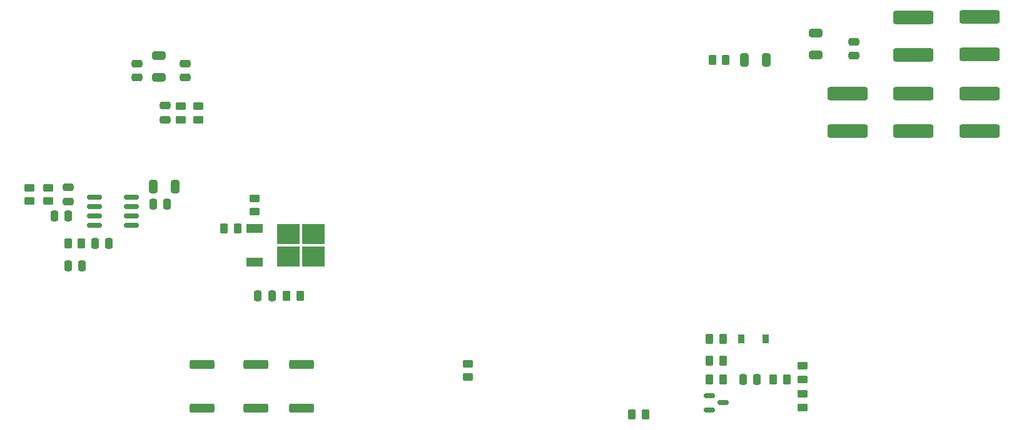
<source format=gbr>
%TF.GenerationSoftware,KiCad,Pcbnew,(6.0.10)*%
%TF.CreationDate,2023-05-29T22:30:11+03:00*%
%TF.ProjectId,flyback,666c7962-6163-46b2-9e6b-696361645f70,rev?*%
%TF.SameCoordinates,Original*%
%TF.FileFunction,Paste,Top*%
%TF.FilePolarity,Positive*%
%FSLAX46Y46*%
G04 Gerber Fmt 4.6, Leading zero omitted, Abs format (unit mm)*
G04 Created by KiCad (PCBNEW (6.0.10)) date 2023-05-29 22:30:11*
%MOMM*%
%LPD*%
G01*
G04 APERTURE LIST*
G04 Aperture macros list*
%AMRoundRect*
0 Rectangle with rounded corners*
0 $1 Rounding radius*
0 $2 $3 $4 $5 $6 $7 $8 $9 X,Y pos of 4 corners*
0 Add a 4 corners polygon primitive as box body*
4,1,4,$2,$3,$4,$5,$6,$7,$8,$9,$2,$3,0*
0 Add four circle primitives for the rounded corners*
1,1,$1+$1,$2,$3*
1,1,$1+$1,$4,$5*
1,1,$1+$1,$6,$7*
1,1,$1+$1,$8,$9*
0 Add four rect primitives between the rounded corners*
20,1,$1+$1,$2,$3,$4,$5,0*
20,1,$1+$1,$4,$5,$6,$7,0*
20,1,$1+$1,$6,$7,$8,$9,0*
20,1,$1+$1,$8,$9,$2,$3,0*%
G04 Aperture macros list end*
%ADD10RoundRect,0.250000X-2.450000X0.650000X-2.450000X-0.650000X2.450000X-0.650000X2.450000X0.650000X0*%
%ADD11RoundRect,0.250000X-0.325000X-0.650000X0.325000X-0.650000X0.325000X0.650000X-0.325000X0.650000X0*%
%ADD12RoundRect,0.250000X-0.250000X-0.475000X0.250000X-0.475000X0.250000X0.475000X-0.250000X0.475000X0*%
%ADD13RoundRect,0.250000X-0.650000X0.325000X-0.650000X-0.325000X0.650000X-0.325000X0.650000X0.325000X0*%
%ADD14RoundRect,0.250000X-0.450000X0.262500X-0.450000X-0.262500X0.450000X-0.262500X0.450000X0.262500X0*%
%ADD15RoundRect,0.250000X0.475000X-0.250000X0.475000X0.250000X-0.475000X0.250000X-0.475000X-0.250000X0*%
%ADD16RoundRect,0.250000X0.250000X0.475000X-0.250000X0.475000X-0.250000X-0.475000X0.250000X-0.475000X0*%
%ADD17RoundRect,0.250000X-0.475000X0.250000X-0.475000X-0.250000X0.475000X-0.250000X0.475000X0.250000X0*%
%ADD18RoundRect,0.250000X0.325000X0.650000X-0.325000X0.650000X-0.325000X-0.650000X0.325000X-0.650000X0*%
%ADD19RoundRect,0.250000X0.262500X0.450000X-0.262500X0.450000X-0.262500X-0.450000X0.262500X-0.450000X0*%
%ADD20RoundRect,0.150000X-0.825000X-0.150000X0.825000X-0.150000X0.825000X0.150000X-0.825000X0.150000X0*%
%ADD21RoundRect,0.250000X2.450000X-0.650000X2.450000X0.650000X-2.450000X0.650000X-2.450000X-0.650000X0*%
%ADD22RoundRect,0.250000X-1.425000X0.362500X-1.425000X-0.362500X1.425000X-0.362500X1.425000X0.362500X0*%
%ADD23R,0.900000X1.200000*%
%ADD24RoundRect,0.250000X0.450000X-0.262500X0.450000X0.262500X-0.450000X0.262500X-0.450000X-0.262500X0*%
%ADD25RoundRect,0.250000X-0.262500X-0.450000X0.262500X-0.450000X0.262500X0.450000X-0.262500X0.450000X0*%
%ADD26RoundRect,0.150000X-0.587500X-0.150000X0.587500X-0.150000X0.587500X0.150000X-0.587500X0.150000X0*%
%ADD27R,3.050000X2.750000*%
%ADD28R,2.200000X1.200000*%
G04 APERTURE END LIST*
D10*
%TO.C,C13*%
X220853000Y-65395000D03*
X220853000Y-70495000D03*
%TD*%
D11*
%TO.C,C12*%
X198042000Y-71120000D03*
X200992000Y-71120000D03*
%TD*%
D12*
%TO.C,C3*%
X110097250Y-95993000D03*
X111997250Y-95993000D03*
%TD*%
D13*
%TO.C,C8*%
X118795800Y-70584800D03*
X118795800Y-73534800D03*
%TD*%
D14*
%TO.C,R6*%
X131699000Y-89891500D03*
X131699000Y-91716500D03*
%TD*%
%TO.C,R4*%
X121691400Y-77421100D03*
X121691400Y-79246100D03*
%TD*%
D15*
%TO.C,C2*%
X106459000Y-90339000D03*
X106459000Y-88439000D03*
%TD*%
D14*
%TO.C,R5*%
X124129800Y-77421100D03*
X124129800Y-79246100D03*
%TD*%
D16*
%TO.C,C5*%
X119898200Y-90703400D03*
X117998200Y-90703400D03*
%TD*%
D17*
%TO.C,C4*%
X115773200Y-71643200D03*
X115773200Y-73543200D03*
%TD*%
D18*
%TO.C,C7*%
X120956600Y-88341200D03*
X118006600Y-88341200D03*
%TD*%
D17*
%TO.C,C19*%
X212852000Y-68646000D03*
X212852000Y-70546000D03*
%TD*%
%TO.C,C10*%
X119608600Y-77358200D03*
X119608600Y-79258200D03*
%TD*%
D19*
%TO.C,R16*%
X195120900Y-111912400D03*
X193295900Y-111912400D03*
%TD*%
D20*
%TO.C,U1*%
X110072400Y-89789000D03*
X110072400Y-91059000D03*
X110072400Y-92329000D03*
X110072400Y-93599000D03*
X115022400Y-93599000D03*
X115022400Y-92329000D03*
X115022400Y-91059000D03*
X115022400Y-89789000D03*
%TD*%
D19*
%TO.C,R10*%
X137859100Y-103124000D03*
X136034100Y-103124000D03*
%TD*%
D14*
%TO.C,R1*%
X101252000Y-88476500D03*
X101252000Y-90301500D03*
%TD*%
%TO.C,R19*%
X205867000Y-116435500D03*
X205867000Y-118260500D03*
%TD*%
D21*
%TO.C,C15*%
X211963000Y-80782000D03*
X211963000Y-75682000D03*
%TD*%
D19*
%TO.C,R13*%
X184603400Y-119253000D03*
X182778400Y-119253000D03*
%TD*%
D22*
%TO.C,R9*%
X138049000Y-112480500D03*
X138049000Y-118405500D03*
%TD*%
D23*
%TO.C,D3*%
X197587600Y-108991400D03*
X200887600Y-108991400D03*
%TD*%
D24*
%TO.C,R11*%
X160578800Y-114171100D03*
X160578800Y-112346100D03*
%TD*%
D25*
%TO.C,R20*%
X127576500Y-93979000D03*
X129401500Y-93979000D03*
%TD*%
D13*
%TO.C,C20*%
X207645000Y-67486000D03*
X207645000Y-70436000D03*
%TD*%
D25*
%TO.C,R15*%
X193295900Y-108991400D03*
X195120900Y-108991400D03*
%TD*%
D26*
%TO.C,U3*%
X193269000Y-116702800D03*
X193269000Y-118602800D03*
X195144000Y-117652800D03*
%TD*%
D12*
%TO.C,C14*%
X197805000Y-114477800D03*
X199705000Y-114477800D03*
%TD*%
D25*
%TO.C,R12*%
X193651500Y-71120000D03*
X195476500Y-71120000D03*
%TD*%
D22*
%TO.C,R8*%
X124587000Y-112480500D03*
X124587000Y-118405500D03*
%TD*%
D27*
%TO.C,Q1*%
X139665000Y-94741000D03*
X136315000Y-94741000D03*
X139665000Y-97791000D03*
X136315000Y-97791000D03*
D28*
X131690000Y-93986000D03*
X131690000Y-98546000D03*
%TD*%
D17*
%TO.C,C6*%
X122326400Y-71643200D03*
X122326400Y-73543200D03*
%TD*%
D25*
%TO.C,R17*%
X201906500Y-114477800D03*
X203731500Y-114477800D03*
%TD*%
D14*
%TO.C,R18*%
X205841600Y-112650900D03*
X205841600Y-114475900D03*
%TD*%
D21*
%TO.C,C17*%
X229870000Y-80782000D03*
X229870000Y-75682000D03*
%TD*%
D12*
%TO.C,C11*%
X132146000Y-103174800D03*
X134046000Y-103174800D03*
%TD*%
D25*
%TO.C,R3*%
X106451750Y-95993000D03*
X108276750Y-95993000D03*
%TD*%
D12*
%TO.C,C9*%
X104620000Y-92310000D03*
X106520000Y-92310000D03*
%TD*%
D10*
%TO.C,C16*%
X229870000Y-65268000D03*
X229870000Y-70368000D03*
%TD*%
D24*
%TO.C,R2*%
X103792000Y-90301500D03*
X103792000Y-88476500D03*
%TD*%
D22*
%TO.C,R7*%
X131876800Y-112480500D03*
X131876800Y-118405500D03*
%TD*%
D25*
%TO.C,R14*%
X193270500Y-114477800D03*
X195095500Y-114477800D03*
%TD*%
D21*
%TO.C,C18*%
X220853000Y-80782000D03*
X220853000Y-75682000D03*
%TD*%
D12*
%TO.C,C1*%
X106459000Y-99041000D03*
X108359000Y-99041000D03*
%TD*%
M02*

</source>
